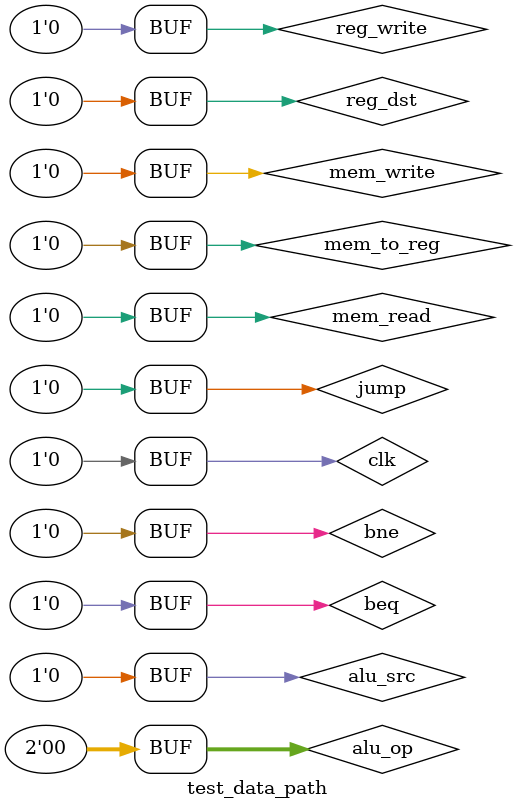
<source format=v>
`timescale 1ns/1ps

module test_data_path;

reg clk;
reg jump;
reg mem_read;
reg mem_write;
reg alu_src;
reg reg_dst;
reg mem_to_reg;
reg reg_write;
reg bne;
reg beq;
reg [1:0]alu_op;
reg [3:0]opcode;   

data_path uut(
    .clk(clk),
    .jump(jump),
    .mem_read(mem_read),
    .mem_write(mem_write),
    .alu_src(alu_src),
    .reg_dst(reg_dst),
    .mem_to_reg(mem_to_reg),
    .reg_write(reg_write),
    .bne(bne),
    .beq(beq),
    .alu_op(alu_op),
    .opcode(opcode)
);

initial begin 
    $display("Start testing data path");
    $dumpfile("test_data_path.vcd");
    $dumpvars(0,test_data_path);

    clk=0;
    jump=0;
    mem_read=0;
    mem_write=0;
    alu_src=0;
    reg_dst=0;
    mem_to_reg=0;
    reg_write=0;
    bne=0;
    beq=0;
    alu_op=2'b00;


    #10
    clk=1;

    #10
    clk=0;

    #10
    clk=1;

    #10
    clk=0;

    #10
    clk=1;

    #10
    clk=0;

    #10
    clk=1;

    #10
    clk=0;

    #10
    clk=1;

    #10
    clk=0;

     #10
    clk=1;

    #10
    clk=0;

     #10
    clk=1;

    #10
    clk=0;

     #10
    clk=1;

    #10
    clk=0;

     #10
    clk=1;

    #10
    clk=0;

     #10
    clk=1;

    #10
    clk=0;

     #10
    clk=1;

    #10
    clk=0;

     #10
    clk=1;

    #10
    clk=0;

     #10
    clk=1;

    #10
    clk=0;

     #10
    clk=1;

    #10
    clk=0;

     #10
    clk=1;

    #10
    clk=0;

     #10
    clk=1;

    #10
    clk=0;

     #10
    clk=1;

    #10
    clk=0;
end

initial begin
    $monitor("At time=%t",$time);
end

endmodule
</source>
